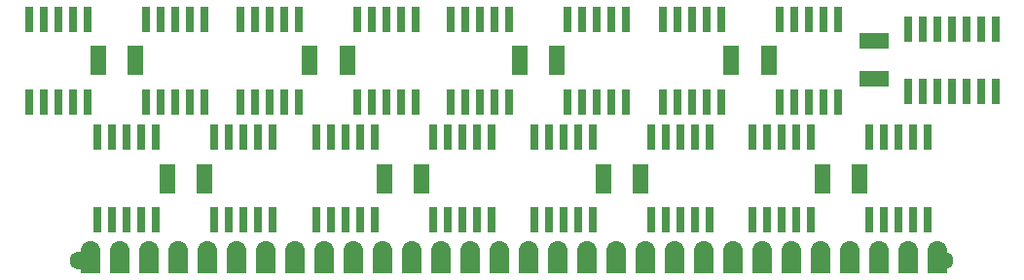
<source format=gbr>
%FSLAX34Y34*%
%MOMM*%
%LNSOLDERMASK_TOP*%
G71*
G01*
%ADD10R,0.800X2.200*%
%ADD11R,1.800X2.200*%
%ADD12C,1.600*%
%ADD13R,1.400X2.600*%
%ADD14R,2.600X1.400*%
%LPD*%
X793353Y906072D02*
G54D10*
D03*
X806053Y906072D02*
G54D10*
D03*
X818753Y906072D02*
G54D10*
D03*
X831453Y906072D02*
G54D10*
D03*
X844153Y906072D02*
G54D10*
D03*
X856853Y906072D02*
G54D10*
D03*
X869553Y906072D02*
G54D10*
D03*
X869553Y960834D02*
G54D10*
D03*
X856853Y960834D02*
G54D10*
D03*
X844153Y960834D02*
G54D10*
D03*
X831453Y960834D02*
G54D10*
D03*
X818753Y960834D02*
G54D10*
D03*
X806053Y960834D02*
G54D10*
D03*
X793353Y960834D02*
G54D10*
D03*
X658416Y794775D02*
G54D10*
D03*
X671116Y794775D02*
G54D10*
D03*
X683816Y794775D02*
G54D10*
D03*
X696516Y794775D02*
G54D10*
D03*
X709216Y794775D02*
G54D10*
D03*
X760016Y794775D02*
G54D10*
D03*
X772716Y794775D02*
G54D10*
D03*
X785416Y794775D02*
G54D10*
D03*
X798116Y794775D02*
G54D10*
D03*
X810816Y794775D02*
G54D10*
D03*
X810816Y866775D02*
G54D10*
D03*
X798116Y866775D02*
G54D10*
D03*
X785416Y866775D02*
G54D10*
D03*
X772716Y866775D02*
G54D10*
D03*
X760016Y866775D02*
G54D10*
D03*
X709216Y866775D02*
G54D10*
D03*
X696516Y866775D02*
G54D10*
D03*
X683816Y866775D02*
G54D10*
D03*
X671116Y866775D02*
G54D10*
D03*
X658416Y866775D02*
G54D10*
D03*
X468709Y794775D02*
G54D10*
D03*
X481409Y794775D02*
G54D10*
D03*
X494109Y794775D02*
G54D10*
D03*
X506809Y794775D02*
G54D10*
D03*
X519509Y794775D02*
G54D10*
D03*
X570309Y794775D02*
G54D10*
D03*
X583009Y794775D02*
G54D10*
D03*
X595709Y794775D02*
G54D10*
D03*
X608409Y794775D02*
G54D10*
D03*
X621109Y794775D02*
G54D10*
D03*
X621109Y866775D02*
G54D10*
D03*
X608409Y866775D02*
G54D10*
D03*
X595709Y866775D02*
G54D10*
D03*
X583009Y866775D02*
G54D10*
D03*
X570309Y866775D02*
G54D10*
D03*
X519509Y866775D02*
G54D10*
D03*
X506809Y866775D02*
G54D10*
D03*
X494109Y866775D02*
G54D10*
D03*
X481409Y866775D02*
G54D10*
D03*
X468709Y866775D02*
G54D10*
D03*
X279003Y794775D02*
G54D10*
D03*
X291703Y794775D02*
G54D10*
D03*
X304403Y794775D02*
G54D10*
D03*
X317103Y794775D02*
G54D10*
D03*
X329803Y794775D02*
G54D10*
D03*
X380603Y794775D02*
G54D10*
D03*
X393303Y794775D02*
G54D10*
D03*
X406003Y794775D02*
G54D10*
D03*
X418703Y794775D02*
G54D10*
D03*
X431403Y794775D02*
G54D10*
D03*
X431403Y866775D02*
G54D10*
D03*
X418703Y866775D02*
G54D10*
D03*
X406003Y866775D02*
G54D10*
D03*
X393303Y866775D02*
G54D10*
D03*
X380603Y866775D02*
G54D10*
D03*
X329803Y866775D02*
G54D10*
D03*
X317103Y866775D02*
G54D10*
D03*
X304403Y866775D02*
G54D10*
D03*
X291703Y866775D02*
G54D10*
D03*
X279003Y866775D02*
G54D10*
D03*
X88503Y794775D02*
G54D10*
D03*
X101203Y794775D02*
G54D10*
D03*
X113903Y794775D02*
G54D10*
D03*
X126603Y794775D02*
G54D10*
D03*
X139303Y794775D02*
G54D10*
D03*
X190103Y794775D02*
G54D10*
D03*
X202803Y794775D02*
G54D10*
D03*
X215503Y794775D02*
G54D10*
D03*
X228203Y794775D02*
G54D10*
D03*
X240903Y794775D02*
G54D10*
D03*
X240903Y866775D02*
G54D10*
D03*
X228203Y866775D02*
G54D10*
D03*
X215503Y866775D02*
G54D10*
D03*
X202803Y866775D02*
G54D10*
D03*
X190103Y866775D02*
G54D10*
D03*
X139303Y866775D02*
G54D10*
D03*
X126603Y866775D02*
G54D10*
D03*
X113903Y866775D02*
G54D10*
D03*
X101203Y866775D02*
G54D10*
D03*
X88503Y866775D02*
G54D10*
D03*
X28972Y896772D02*
G54D10*
D03*
X41672Y896772D02*
G54D10*
D03*
X54372Y896772D02*
G54D10*
D03*
X67072Y896772D02*
G54D10*
D03*
X79772Y896772D02*
G54D10*
D03*
X130572Y896772D02*
G54D10*
D03*
X143272Y896772D02*
G54D10*
D03*
X155972Y896772D02*
G54D10*
D03*
X168672Y896772D02*
G54D10*
D03*
X181372Y896772D02*
G54D10*
D03*
X181372Y968772D02*
G54D10*
D03*
X168672Y968772D02*
G54D10*
D03*
X155972Y968772D02*
G54D10*
D03*
X143272Y968772D02*
G54D10*
D03*
X130572Y968772D02*
G54D10*
D03*
X79772Y968772D02*
G54D10*
D03*
X67072Y968772D02*
G54D10*
D03*
X54372Y968772D02*
G54D10*
D03*
X41672Y968772D02*
G54D10*
D03*
X28972Y968772D02*
G54D10*
D03*
X213122Y896772D02*
G54D10*
D03*
X225822Y896772D02*
G54D10*
D03*
X238522Y896772D02*
G54D10*
D03*
X251222Y896772D02*
G54D10*
D03*
X263922Y896772D02*
G54D10*
D03*
X314722Y896772D02*
G54D10*
D03*
X327422Y896772D02*
G54D10*
D03*
X340122Y896772D02*
G54D10*
D03*
X352822Y896772D02*
G54D10*
D03*
X365522Y896772D02*
G54D10*
D03*
X365522Y968772D02*
G54D10*
D03*
X352822Y968772D02*
G54D10*
D03*
X340122Y968772D02*
G54D10*
D03*
X327422Y968772D02*
G54D10*
D03*
X314722Y968772D02*
G54D10*
D03*
X263922Y968772D02*
G54D10*
D03*
X251222Y968772D02*
G54D10*
D03*
X238522Y968772D02*
G54D10*
D03*
X225822Y968772D02*
G54D10*
D03*
X213122Y968772D02*
G54D10*
D03*
X396081Y897169D02*
G54D10*
D03*
X408781Y897169D02*
G54D10*
D03*
X421481Y897169D02*
G54D10*
D03*
X434181Y897169D02*
G54D10*
D03*
X446881Y897169D02*
G54D10*
D03*
X497681Y897169D02*
G54D10*
D03*
X510381Y897169D02*
G54D10*
D03*
X523081Y897169D02*
G54D10*
D03*
X535781Y897169D02*
G54D10*
D03*
X548481Y897169D02*
G54D10*
D03*
X548481Y969169D02*
G54D10*
D03*
X535781Y969169D02*
G54D10*
D03*
X523081Y969169D02*
G54D10*
D03*
X510381Y969169D02*
G54D10*
D03*
X497681Y969169D02*
G54D10*
D03*
X446881Y969169D02*
G54D10*
D03*
X434181Y969169D02*
G54D10*
D03*
X421481Y969169D02*
G54D10*
D03*
X408781Y969169D02*
G54D10*
D03*
X396081Y969169D02*
G54D10*
D03*
X580231Y897169D02*
G54D10*
D03*
X592931Y897169D02*
G54D10*
D03*
X605631Y897169D02*
G54D10*
D03*
X618331Y897169D02*
G54D10*
D03*
X631031Y897169D02*
G54D10*
D03*
X681831Y897169D02*
G54D10*
D03*
X694531Y897169D02*
G54D10*
D03*
X707231Y897169D02*
G54D10*
D03*
X719931Y897169D02*
G54D10*
D03*
X732631Y897169D02*
G54D10*
D03*
X732631Y969169D02*
G54D10*
D03*
X719931Y969169D02*
G54D10*
D03*
X707231Y969169D02*
G54D10*
D03*
X694531Y969169D02*
G54D10*
D03*
X681831Y969169D02*
G54D10*
D03*
X631031Y969169D02*
G54D10*
D03*
X618331Y969169D02*
G54D10*
D03*
X605631Y969169D02*
G54D10*
D03*
X592931Y969169D02*
G54D10*
D03*
X580231Y969169D02*
G54D10*
D03*
X107553Y758825D02*
G54D11*
D03*
X107553Y768350D02*
G54D12*
D03*
X82153Y758825D02*
G54D11*
D03*
X82153Y768350D02*
G54D12*
D03*
X132953Y758825D02*
G54D11*
D03*
X132953Y768350D02*
G54D12*
D03*
X158353Y758825D02*
G54D11*
D03*
X158353Y768350D02*
G54D12*
D03*
X183753Y758825D02*
G54D11*
D03*
X183753Y768350D02*
G54D12*
D03*
X209153Y758825D02*
G54D11*
D03*
X209153Y768350D02*
G54D12*
D03*
X234553Y758825D02*
G54D11*
D03*
X234553Y768350D02*
G54D12*
D03*
X259953Y758825D02*
G54D11*
D03*
X259953Y768350D02*
G54D12*
D03*
X310753Y758825D02*
G54D11*
D03*
X310753Y768350D02*
G54D12*
D03*
X285353Y758825D02*
G54D11*
D03*
X285353Y768350D02*
G54D12*
D03*
X336153Y758825D02*
G54D11*
D03*
X336153Y768350D02*
G54D12*
D03*
X361553Y758825D02*
G54D11*
D03*
X361553Y768350D02*
G54D12*
D03*
X386953Y758825D02*
G54D11*
D03*
X386953Y768350D02*
G54D12*
D03*
X412353Y758825D02*
G54D11*
D03*
X412353Y768350D02*
G54D12*
D03*
X437753Y758825D02*
G54D11*
D03*
X437753Y768350D02*
G54D12*
D03*
X463153Y758825D02*
G54D11*
D03*
X463153Y768350D02*
G54D12*
D03*
X488553Y758825D02*
G54D11*
D03*
X488553Y768350D02*
G54D12*
D03*
X513953Y758825D02*
G54D11*
D03*
X513953Y768350D02*
G54D12*
D03*
X539353Y758825D02*
G54D11*
D03*
X539353Y768350D02*
G54D12*
D03*
X564753Y758825D02*
G54D11*
D03*
X564753Y768350D02*
G54D12*
D03*
X590153Y758825D02*
G54D11*
D03*
X590153Y768350D02*
G54D12*
D03*
X615553Y758825D02*
G54D11*
D03*
X615553Y768350D02*
G54D12*
D03*
X640953Y758825D02*
G54D11*
D03*
X640953Y768350D02*
G54D12*
D03*
X691753Y758825D02*
G54D11*
D03*
X691753Y768350D02*
G54D12*
D03*
X666353Y758825D02*
G54D11*
D03*
X666353Y768350D02*
G54D12*
D03*
X717153Y758825D02*
G54D11*
D03*
X717153Y768350D02*
G54D12*
D03*
X742553Y758825D02*
G54D11*
D03*
X742553Y768350D02*
G54D12*
D03*
X767953Y758825D02*
G54D11*
D03*
X767953Y768350D02*
G54D12*
D03*
X793353Y758825D02*
G54D11*
D03*
X793353Y768350D02*
G54D12*
D03*
X818753Y758825D02*
G54D11*
D03*
X818753Y768350D02*
G54D12*
D03*
X72628Y758825D02*
G54D12*
D03*
X825103Y758825D02*
G54D12*
D03*
X310753Y768350D02*
G54D12*
D03*
X285353Y768350D02*
G54D12*
D03*
X336153Y768350D02*
G54D12*
D03*
X361553Y768350D02*
G54D12*
D03*
X386953Y768350D02*
G54D12*
D03*
X412353Y768350D02*
G54D12*
D03*
X437753Y768350D02*
G54D12*
D03*
X463153Y768350D02*
G54D12*
D03*
X488553Y768350D02*
G54D12*
D03*
X513953Y768350D02*
G54D12*
D03*
X539353Y768350D02*
G54D12*
D03*
X564753Y768350D02*
G54D12*
D03*
X590153Y768350D02*
G54D12*
D03*
X615553Y768350D02*
G54D12*
D03*
X640953Y768350D02*
G54D12*
D03*
X691753Y768350D02*
G54D12*
D03*
X666353Y768350D02*
G54D12*
D03*
X717153Y768350D02*
G54D12*
D03*
X742553Y768350D02*
G54D12*
D03*
X767953Y768350D02*
G54D12*
D03*
X793353Y768350D02*
G54D12*
D03*
X818753Y768350D02*
G54D12*
D03*
X825103Y758825D02*
G54D12*
D03*
X88900Y933450D02*
G54D13*
D03*
X121444Y933450D02*
G54D13*
D03*
X273050Y933450D02*
G54D13*
D03*
X305594Y933450D02*
G54D13*
D03*
X455612Y933450D02*
G54D13*
D03*
X488156Y933450D02*
G54D13*
D03*
X639762Y933450D02*
G54D13*
D03*
X672306Y933450D02*
G54D13*
D03*
X719138Y830262D02*
G54D13*
D03*
X751681Y830262D02*
G54D13*
D03*
X528638Y830262D02*
G54D13*
D03*
X561181Y830262D02*
G54D13*
D03*
X338138Y830262D02*
G54D13*
D03*
X370681Y830262D02*
G54D13*
D03*
X149225Y830262D02*
G54D13*
D03*
X181769Y830262D02*
G54D13*
D03*
X764381Y950119D02*
G54D14*
D03*
X764381Y917575D02*
G54D14*
D03*
M02*

</source>
